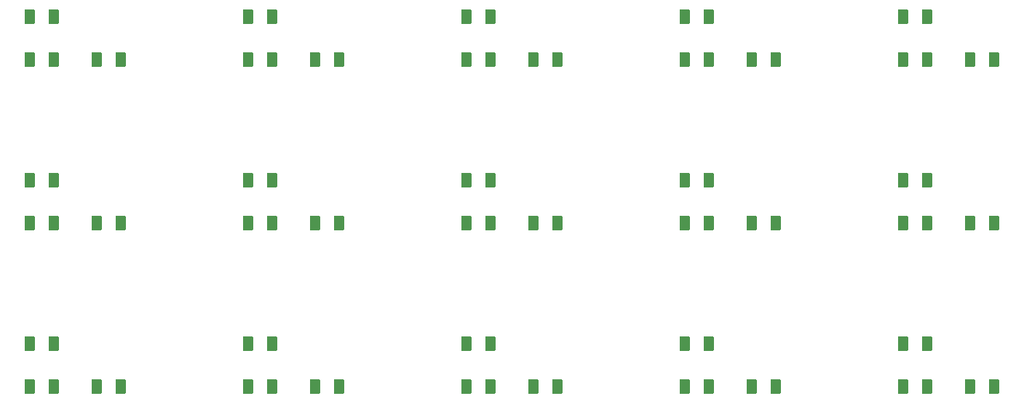
<source format=gbr>
%TF.GenerationSoftware,KiCad,Pcbnew,(6.0.0)*%
%TF.CreationDate,2022-08-09T18:09:24+02:00*%
%TF.ProjectId,matrix,6d617472-6978-42e6-9b69-6361645f7063,rev?*%
%TF.SameCoordinates,Original*%
%TF.FileFunction,Paste,Bot*%
%TF.FilePolarity,Positive*%
%FSLAX46Y46*%
G04 Gerber Fmt 4.6, Leading zero omitted, Abs format (unit mm)*
G04 Created by KiCad (PCBNEW (6.0.0)) date 2022-08-09 18:09:24*
%MOMM*%
%LPD*%
G01*
G04 APERTURE LIST*
G04 Aperture macros list*
%AMRoundRect*
0 Rectangle with rounded corners*
0 $1 Rounding radius*
0 $2 $3 $4 $5 $6 $7 $8 $9 X,Y pos of 4 corners*
0 Add a 4 corners polygon primitive as box body*
4,1,4,$2,$3,$4,$5,$6,$7,$8,$9,$2,$3,0*
0 Add four circle primitives for the rounded corners*
1,1,$1+$1,$2,$3*
1,1,$1+$1,$4,$5*
1,1,$1+$1,$6,$7*
1,1,$1+$1,$8,$9*
0 Add four rect primitives between the rounded corners*
20,1,$1+$1,$2,$3,$4,$5,0*
20,1,$1+$1,$4,$5,$6,$7,0*
20,1,$1+$1,$6,$7,$8,$9,0*
20,1,$1+$1,$8,$9,$2,$3,0*%
G04 Aperture macros list end*
%ADD10RoundRect,0.250000X-0.375000X-0.625000X0.375000X-0.625000X0.375000X0.625000X-0.375000X0.625000X0*%
%ADD11RoundRect,0.250000X0.375000X0.625000X-0.375000X0.625000X-0.375000X-0.625000X0.375000X-0.625000X0*%
G04 APERTURE END LIST*
D10*
%TO.C,ENC4*%
X-602294000Y116820000D03*
D11*
X-594494000Y111820000D03*
D10*
X-599494000Y111820000D03*
X-599494000Y116820000D03*
X-602294000Y111820000D03*
D11*
X-591694000Y111820000D03*
%TD*%
D10*
%TO.C,ENC10*%
X-551494000Y116820000D03*
X-548694000Y116820000D03*
X-548694000Y111820000D03*
D11*
X-543694000Y111820000D03*
D10*
X-551494000Y111820000D03*
D11*
X-540894000Y111820000D03*
%TD*%
D10*
%TO.C,ENC7*%
X-576894000Y116820000D03*
D11*
X-569094000Y111820000D03*
D10*
X-574094000Y111820000D03*
X-574094000Y116820000D03*
D11*
X-566294000Y111820000D03*
D10*
X-576894000Y111820000D03*
%TD*%
%TO.C,ENC1*%
X-627694000Y116820000D03*
X-624894000Y116820000D03*
D11*
X-619894000Y111820000D03*
D10*
X-624894000Y111820000D03*
D11*
X-617094000Y111820000D03*
D10*
X-627694000Y111820000D03*
%TD*%
%TO.C,ENC15*%
X-526094000Y78720000D03*
X-523294000Y78720000D03*
D11*
X-518294000Y73720000D03*
D10*
X-523294000Y73720000D03*
D11*
X-515494000Y73720000D03*
D10*
X-526094000Y73720000D03*
%TD*%
%TO.C,ENC8*%
X-576894000Y97770000D03*
X-574094000Y97770000D03*
D11*
X-569094000Y92770000D03*
D10*
X-574094000Y92770000D03*
D11*
X-566294000Y92770000D03*
D10*
X-576894000Y92770000D03*
%TD*%
%TO.C,ENC6*%
X-602294000Y78720000D03*
X-599494000Y73720000D03*
D11*
X-594494000Y73720000D03*
D10*
X-599494000Y78720000D03*
X-602294000Y73720000D03*
D11*
X-591694000Y73720000D03*
%TD*%
D10*
%TO.C,ENC14*%
X-526094000Y97770000D03*
D11*
X-518294000Y92770000D03*
D10*
X-523294000Y97770000D03*
X-523294000Y92770000D03*
D11*
X-515494000Y92770000D03*
D10*
X-526094000Y92770000D03*
%TD*%
%TO.C,ENC5*%
X-602294000Y97770000D03*
X-599494000Y92770000D03*
D11*
X-594494000Y92770000D03*
D10*
X-599494000Y97770000D03*
X-602294000Y92770000D03*
D11*
X-591694000Y92770000D03*
%TD*%
D10*
%TO.C,ENC13*%
X-526094000Y116839990D03*
X-523294000Y111839990D03*
X-523294000Y116839990D03*
D11*
X-518294000Y111839990D03*
D10*
X-526094000Y111839990D03*
D11*
X-515494000Y111839990D03*
%TD*%
D10*
%TO.C,ENC9*%
X-576894000Y78720000D03*
X-574094000Y78720000D03*
D11*
X-569094000Y73720000D03*
D10*
X-574094000Y73720000D03*
D11*
X-566294000Y73720000D03*
D10*
X-576894000Y73720000D03*
%TD*%
%TO.C,ENC12*%
X-551494000Y78720000D03*
X-548694000Y78720000D03*
D11*
X-543694000Y73720000D03*
D10*
X-548694000Y73720000D03*
D11*
X-540894000Y73720000D03*
D10*
X-551494000Y73720000D03*
%TD*%
%TO.C,ENC11*%
X-551494000Y97770000D03*
D11*
X-543694000Y92770000D03*
D10*
X-548694000Y97770000D03*
X-548694000Y92770000D03*
X-551494000Y92770000D03*
D11*
X-540894000Y92770000D03*
%TD*%
D10*
%TO.C,ENC2*%
X-627694000Y97770000D03*
X-624894000Y97770000D03*
D11*
X-619894000Y92770000D03*
D10*
X-624894000Y92770000D03*
X-627694000Y92770000D03*
D11*
X-617094000Y92770000D03*
%TD*%
D10*
%TO.C,ENC3*%
X-627694000Y78720000D03*
X-624894000Y78720000D03*
X-624894000Y73720000D03*
D11*
X-619894000Y73720000D03*
D10*
X-627694000Y73720000D03*
D11*
X-617094000Y73720000D03*
%TD*%
M02*

</source>
